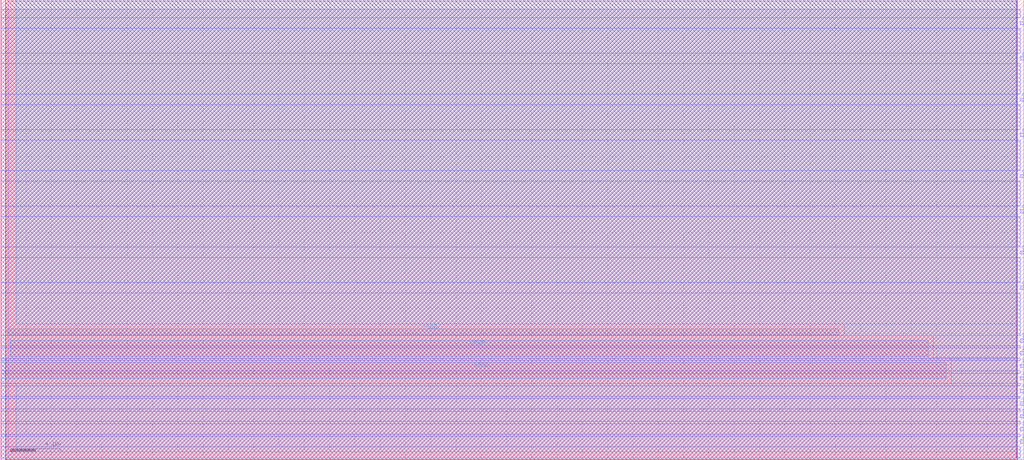
<source format=lef>
VERSION 5.7 ;
  NOWIREEXTENSIONATPIN ON ;
  DIVIDERCHAR "/" ;
  BUSBITCHARS "[]" ;
MACRO rom_tvbgone_4k1
  CLASS BLOCK ;
  FOREIGN rom_tvbgone_4k1 ;
  ORIGIN 0.000 0.000 ;
  SIZE 80.900 BY 36.415 ;
  PIN addr[0]
    DIRECTION INPUT ;
    USE SIGNAL ;
    ANTENNAGATEAREA 0.675000 ;
    PORT
      LAYER met2 ;
        RECT 80.600 7.310 80.900 7.570 ;
    END
  END addr[0]
  PIN addr[1]
    DIRECTION INPUT ;
    USE SIGNAL ;
    ANTENNAGATEAREA 0.675000 ;
    PORT
      LAYER met2 ;
        RECT 80.600 8.310 80.900 8.570 ;
    END
  END addr[1]
  PIN addr[2]
    DIRECTION INPUT ;
    USE SIGNAL ;
    ANTENNAGATEAREA 0.675000 ;
    PORT
      LAYER met2 ;
        RECT 80.600 9.310 80.900 9.570 ;
    END
  END addr[2]
  PIN addr[3]
    DIRECTION INPUT ;
    USE SIGNAL ;
    ANTENNAGATEAREA 0.675000 ;
    PORT
      LAYER met2 ;
        RECT 80.600 6.310 80.900 6.570 ;
    END
  END addr[3]
  PIN addr[4]
    DIRECTION INPUT ;
    USE SIGNAL ;
    ANTENNAGATEAREA 0.675000 ;
    PORT
      LAYER met2 ;
        RECT 80.600 5.310 80.900 5.570 ;
    END
  END addr[4]
  PIN addr[5]
    DIRECTION INPUT ;
    USE SIGNAL ;
    ANTENNAGATEAREA 0.675000 ;
    PORT
      LAYER met2 ;
        RECT 80.600 4.310 80.900 4.570 ;
    END
  END addr[5]
  PIN addr[6]
    DIRECTION INPUT ;
    USE SIGNAL ;
    ANTENNAGATEAREA 0.675000 ;
    PORT
      LAYER met2 ;
        RECT 80.600 3.310 80.900 3.570 ;
    END
  END addr[6]
  PIN addr[7]
    DIRECTION INPUT ;
    USE SIGNAL ;
    ANTENNAGATEAREA 0.675000 ;
    PORT
      LAYER met2 ;
        RECT 80.600 2.310 80.900 2.570 ;
    END
  END addr[7]
  PIN addr[8]
    DIRECTION INPUT ;
    USE SIGNAL ;
    ANTENNAGATEAREA 0.675000 ;
    PORT
      LAYER met2 ;
        RECT 80.600 1.310 80.900 1.570 ;
    END
  END addr[8]
  PIN q[0]
    DIRECTION OUTPUT ;
    USE SIGNAL ;
    ANTENNADIFFAREA 0.490000 ;
    PORT
      LAYER met2 ;
        RECT 80.600 13.485 80.900 13.745 ;
    END
  END q[0]
  PIN q[1]
    DIRECTION OUTPUT ;
    USE SIGNAL ;
    ANTENNADIFFAREA 0.490000 ;
    PORT
      LAYER met2 ;
        RECT 80.600 16.285 80.900 16.545 ;
    END
  END q[1]
  PIN q[2]
    DIRECTION OUTPUT ;
    USE SIGNAL ;
    ANTENNADIFFAREA 0.490000 ;
    PORT
      LAYER met2 ;
        RECT 80.600 19.535 80.900 19.795 ;
    END
  END q[2]
  PIN q[3]
    DIRECTION OUTPUT ;
    USE SIGNAL ;
    ANTENNADIFFAREA 0.490000 ;
    PORT
      LAYER met2 ;
        RECT 80.600 22.335 80.900 22.595 ;
    END
  END q[3]
  PIN q[4]
    DIRECTION OUTPUT ;
    USE SIGNAL ;
    ANTENNADIFFAREA 0.490000 ;
    PORT
      LAYER met2 ;
        RECT 80.600 25.585 80.900 25.845 ;
    END
  END q[4]
  PIN q[5]
    DIRECTION OUTPUT ;
    USE SIGNAL ;
    ANTENNADIFFAREA 0.490000 ;
    PORT
      LAYER met2 ;
        RECT 80.600 28.385 80.900 28.645 ;
    END
  END q[5]
  PIN q[6]
    DIRECTION OUTPUT ;
    USE SIGNAL ;
    ANTENNADIFFAREA 0.490000 ;
    PORT
      LAYER met2 ;
        RECT 80.600 31.635 80.900 31.895 ;
    END
  END q[6]
  PIN q[7]
    DIRECTION OUTPUT ;
    USE SIGNAL ;
    ANTENNADIFFAREA 0.490000 ;
    PORT
      LAYER met2 ;
        RECT 80.600 34.435 80.900 34.695 ;
    END
  END q[7]
  PIN VGND
    DIRECTION INOUT ;
    USE GROUND ;
    PORT
      LAYER met3 ;
        RECT 0.555 9.865 66.285 10.365 ;
    END
    PORT
      LAYER met3 ;
        RECT 0.055 6.445 74.755 7.695 ;
    END
  END VGND
  PIN VPWR
    DIRECTION INOUT ;
    USE POWER ;
    PORT
      LAYER met3 ;
        RECT 0.755 8.195 73.350 9.445 ;
    END
  END VPWR
  OBS
      LAYER nwell ;
        RECT 0.400 0.000 80.385 36.400 ;
      LAYER li1 ;
        RECT 0.585 0.130 80.295 36.280 ;
      LAYER met1 ;
        RECT 0.055 0.130 80.355 36.415 ;
      LAYER met2 ;
        RECT 0.055 34.975 80.600 35.675 ;
        RECT 0.055 34.155 80.320 34.975 ;
        RECT 0.055 32.175 80.600 34.155 ;
        RECT 0.055 31.355 80.320 32.175 ;
        RECT 0.055 28.925 80.600 31.355 ;
        RECT 0.055 28.105 80.320 28.925 ;
        RECT 0.055 26.125 80.600 28.105 ;
        RECT 0.055 25.305 80.320 26.125 ;
        RECT 0.055 22.875 80.600 25.305 ;
        RECT 0.055 22.055 80.320 22.875 ;
        RECT 0.055 20.075 80.600 22.055 ;
        RECT 0.055 19.255 80.320 20.075 ;
        RECT 0.055 16.825 80.600 19.255 ;
        RECT 0.055 16.005 80.320 16.825 ;
        RECT 0.055 14.025 80.600 16.005 ;
        RECT 0.055 13.205 80.320 14.025 ;
        RECT 0.055 9.850 80.600 13.205 ;
        RECT 0.055 9.030 80.320 9.850 ;
        RECT 0.055 8.850 80.600 9.030 ;
        RECT 0.055 8.030 80.320 8.850 ;
        RECT 0.055 7.850 80.600 8.030 ;
        RECT 0.055 7.030 80.320 7.850 ;
        RECT 0.055 6.850 80.600 7.030 ;
        RECT 0.055 6.030 80.320 6.850 ;
        RECT 0.055 5.850 80.600 6.030 ;
        RECT 0.055 5.030 80.320 5.850 ;
        RECT 0.055 4.850 80.600 5.030 ;
        RECT 0.055 4.030 80.320 4.850 ;
        RECT 0.055 3.850 80.600 4.030 ;
        RECT 0.055 3.030 80.320 3.850 ;
        RECT 0.055 2.850 80.600 3.030 ;
        RECT 0.055 2.030 80.320 2.850 ;
        RECT 0.055 1.850 80.600 2.030 ;
        RECT 0.055 1.030 80.320 1.850 ;
        RECT 0.055 0.130 80.600 1.030 ;
      LAYER met3 ;
        RECT 1.245 10.765 80.350 36.415 ;
        RECT 66.685 9.845 80.350 10.765 ;
        RECT 73.750 8.095 80.350 9.845 ;
        RECT 75.155 6.045 80.350 8.095 ;
        RECT 1.245 0.615 80.350 6.045 ;
  END
END rom_tvbgone_4k1
END LIBRARY


</source>
